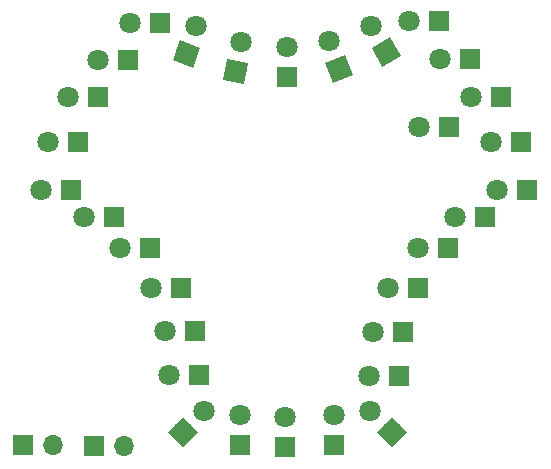
<source format=gbs>
%TF.GenerationSoftware,KiCad,Pcbnew,(5.1.4)-1*%
%TF.CreationDate,2021-08-29T10:15:52+03:00*%
%TF.ProjectId,kone,6b6f6e65-2e6b-4696-9361-645f70636258,rev?*%
%TF.SameCoordinates,Original*%
%TF.FileFunction,Soldermask,Bot*%
%TF.FilePolarity,Negative*%
%FSLAX46Y46*%
G04 Gerber Fmt 4.6, Leading zero omitted, Abs format (unit mm)*
G04 Created by KiCad (PCBNEW (5.1.4)-1) date 2021-08-29 10:15:52*
%MOMM*%
%LPD*%
G04 APERTURE LIST*
%ADD10R,1.700000X1.700000*%
%ADD11O,1.700000X1.700000*%
%ADD12R,1.800000X1.800000*%
%ADD13C,1.800000*%
%ADD14C,0.150000*%
G04 APERTURE END LIST*
D10*
%TO.C,P3*%
X233710000Y-156250000D03*
D11*
X236250000Y-156250000D03*
%TD*%
D12*
%TO.C,D29*%
X268940000Y-120380000D03*
D13*
X266400000Y-120380000D03*
%TD*%
%TO.C,D9*%
X264910000Y-155170000D03*
D14*
G36*
X266182792Y-155170000D02*
G01*
X264910000Y-156442792D01*
X263637208Y-155170000D01*
X264910000Y-153897208D01*
X266182792Y-155170000D01*
X266182792Y-155170000D01*
G37*
D13*
X263113949Y-153373949D03*
%TD*%
%TO.C,D11*%
X255920000Y-153900000D03*
D12*
X255920000Y-156440000D03*
%TD*%
%TO.C,D12*%
X252030000Y-156230000D03*
D13*
X252030000Y-153690000D03*
%TD*%
%TO.C,D13*%
X249046051Y-153383949D03*
X247250000Y-155180000D03*
D14*
G36*
X247250000Y-156452792D02*
G01*
X245977208Y-155180000D01*
X247250000Y-153907208D01*
X248522792Y-155180000D01*
X247250000Y-156452792D01*
X247250000Y-156452792D01*
G37*
%TD*%
D13*
%TO.C,D16*%
X244540000Y-142980000D03*
D12*
X247080000Y-142980000D03*
%TD*%
%TO.C,D7*%
X265860000Y-146660000D03*
D13*
X263320000Y-146660000D03*
%TD*%
%TO.C,D6*%
X264570000Y-142970000D03*
D12*
X267110000Y-142970000D03*
%TD*%
D13*
%TO.C,D1*%
X271640000Y-126760000D03*
D12*
X274180000Y-126760000D03*
%TD*%
%TO.C,D3*%
X276400000Y-134630000D03*
D13*
X273860000Y-134630000D03*
%TD*%
%TO.C,D4*%
X270280000Y-136910000D03*
D12*
X272820000Y-136910000D03*
%TD*%
%TO.C,D2*%
X275830000Y-130570000D03*
D13*
X273290000Y-130570000D03*
%TD*%
D12*
%TO.C,D5*%
X269710000Y-139580000D03*
D13*
X267170000Y-139580000D03*
%TD*%
D12*
%TO.C,D14*%
X248630000Y-150360000D03*
D13*
X246090000Y-150360000D03*
%TD*%
D10*
%TO.C,P2*%
X239700000Y-156350000D03*
D11*
X242240000Y-156350000D03*
%TD*%
D12*
%TO.C,D15*%
X248290000Y-146640000D03*
D13*
X245750000Y-146640000D03*
%TD*%
%TO.C,D17*%
X241940000Y-139590000D03*
D12*
X244480000Y-139590000D03*
%TD*%
%TO.C,D18*%
X241380000Y-136920000D03*
D13*
X238840000Y-136920000D03*
%TD*%
D12*
%TO.C,D19*%
X237790000Y-134640000D03*
D13*
X235250000Y-134640000D03*
%TD*%
D12*
%TO.C,D20*%
X238360000Y-130580000D03*
D13*
X235820000Y-130580000D03*
%TD*%
%TO.C,D21*%
X237470000Y-126770000D03*
D12*
X240010000Y-126770000D03*
%TD*%
D13*
%TO.C,D22*%
X240060000Y-123650000D03*
D12*
X242600000Y-123650000D03*
%TD*%
%TO.C,D23*%
X245270000Y-120510000D03*
D13*
X242730000Y-120510000D03*
%TD*%
%TO.C,D24*%
X248378731Y-120773181D03*
X247510000Y-123160000D03*
D14*
G36*
X248047905Y-124313541D02*
G01*
X246356459Y-123697905D01*
X246972095Y-122006459D01*
X248663541Y-122622095D01*
X248047905Y-124313541D01*
X248047905Y-124313541D01*
G37*
%TD*%
D13*
%TO.C,D25*%
X252151066Y-122108588D03*
X251710000Y-124610000D03*
D14*
G36*
X252440044Y-125652610D02*
G01*
X250667390Y-125340044D01*
X250979956Y-123567390D01*
X252752610Y-123879956D01*
X252440044Y-125652610D01*
X252440044Y-125652610D01*
G37*
%TD*%
D12*
%TO.C,D26*%
X256070000Y-125080000D03*
D13*
X256070000Y-122540000D03*
%TD*%
%TO.C,D27*%
X260440000Y-124430000D03*
D14*
G36*
X261593541Y-124967905D02*
G01*
X259902095Y-125583541D01*
X259286459Y-123892095D01*
X260977905Y-123276459D01*
X261593541Y-124967905D01*
X261593541Y-124967905D01*
G37*
D13*
X259571269Y-122043181D03*
%TD*%
%TO.C,D30*%
X269020000Y-123610000D03*
D12*
X271560000Y-123610000D03*
%TD*%
%TO.C,D31*%
X269780000Y-129290000D03*
D13*
X267240000Y-129290000D03*
%TD*%
%TO.C,D8*%
X263010000Y-150450000D03*
D12*
X265550000Y-150450000D03*
%TD*%
%TO.C,D10*%
X260020000Y-156260000D03*
D13*
X260020000Y-153720000D03*
%TD*%
%TO.C,D28*%
X264450000Y-122980000D03*
D14*
G36*
X265679423Y-123309423D02*
G01*
X264120577Y-124209423D01*
X263220577Y-122650577D01*
X264779423Y-121750577D01*
X265679423Y-123309423D01*
X265679423Y-123309423D01*
G37*
D13*
X263180000Y-120780295D03*
%TD*%
M02*

</source>
